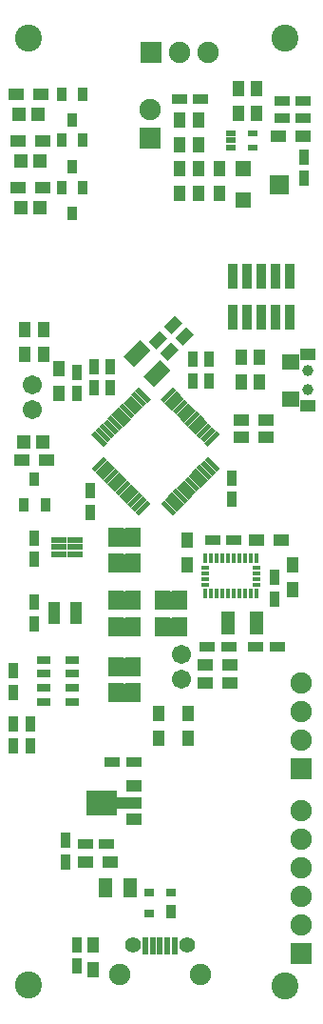
<source format=gbr>
G04 #@! TF.FileFunction,Soldermask,Top*
%FSLAX46Y46*%
G04 Gerber Fmt 4.6, Leading zero omitted, Abs format (unit mm)*
G04 Created by KiCad (PCBNEW 4.0.7-e2-6376~58~ubuntu16.04.1) date Fri Nov  3 13:27:54 2017*
%MOMM*%
%LPD*%
G01*
G04 APERTURE LIST*
%ADD10C,0.100000*%
%ADD11C,1.600000*%
%ADD12R,1.403200X1.103200*%
%ADD13R,1.403200X0.553200*%
%ADD14R,0.953200X1.403200*%
%ADD15R,1.403200X0.953200*%
%ADD16R,1.103200X1.403200*%
%ADD17R,1.503200X1.353200*%
%ADD18C,1.003200*%
%ADD19R,0.453200X0.878200*%
%ADD20R,0.778200X0.453200*%
%ADD21R,1.053200X0.503200*%
%ADD22R,1.303200X2.103200*%
%ADD23R,0.953200X2.303200*%
%ADD24R,1.303200X1.203200*%
%ADD25R,0.853200X1.253200*%
%ADD26C,2.403200*%
%ADD27R,0.903200X1.203200*%
%ADD28R,0.903200X0.803200*%
%ADD29R,1.403200X1.003200*%
%ADD30R,2.403200X1.003200*%
%ADD31R,2.703200X2.203200*%
%ADD32R,1.203200X1.703200*%
%ADD33R,1.903200X1.903200*%
%ADD34O,1.903200X1.903200*%
%ADD35R,1.403200X1.403200*%
%ADD36R,1.703200X1.803200*%
%ADD37R,0.903200X0.603200*%
%ADD38R,1.300000X0.700000*%
%ADD39R,0.603200X1.553200*%
%ADD40C,1.403200*%
%ADD41C,1.903200*%
%ADD42R,1.371600X1.803400*%
%ADD43C,1.703200*%
G04 APERTURE END LIST*
D10*
D11*
X9606000Y-635000D02*
X10206000Y-635000D01*
X9606000Y13208000D02*
X10206000Y13208000D01*
X9606000Y1651000D02*
X10206000Y1651000D01*
X9606000Y10922000D02*
X10206000Y10922000D01*
X14397000Y5207000D02*
X13797000Y5207000D01*
X14406284Y7620000D02*
X13806284Y7620000D01*
X9606000Y5207000D02*
X10206000Y5207000D01*
X9606000Y7620000D02*
X10206000Y7620000D01*
D12*
X6469200Y-15678455D03*
X8669200Y-15678455D03*
D13*
X5555400Y11669000D03*
X5555400Y12319000D03*
X5555400Y12969000D03*
X4055400Y12969000D03*
X4055400Y12319000D03*
X4055400Y11669000D03*
D14*
X19494500Y18476000D03*
X19494500Y16576000D03*
D10*
G36*
X14432550Y32886564D02*
X15106564Y32212550D01*
X14114352Y31220338D01*
X13440338Y31894352D01*
X14432550Y32886564D01*
X14432550Y32886564D01*
G37*
G36*
X13089048Y31543062D02*
X13763062Y30869048D01*
X12770850Y29876836D01*
X12096836Y30550850D01*
X13089048Y31543062D01*
X13089048Y31543062D01*
G37*
G36*
X15448550Y31870564D02*
X16122564Y31196550D01*
X15130352Y30204338D01*
X14456338Y30878352D01*
X15448550Y31870564D01*
X15448550Y31870564D01*
G37*
G36*
X14105048Y30527062D02*
X14779062Y29853048D01*
X13786850Y28860836D01*
X13112836Y29534850D01*
X14105048Y30527062D01*
X14105048Y30527062D01*
G37*
D14*
X16040100Y27104300D03*
X16040100Y29004300D03*
X5651500Y25971500D03*
X5651500Y27871500D03*
X17437100Y27104300D03*
X17437100Y29004300D03*
X8636000Y26482000D03*
X8636000Y28382000D03*
X6858000Y17333000D03*
X6858000Y15433000D03*
X7175500Y26482000D03*
X7175500Y28382000D03*
X1841500Y11242000D03*
X1841500Y13142000D03*
X0Y1331000D03*
X0Y-569000D03*
X-7337Y-3421275D03*
X-7337Y-5321275D03*
X1580163Y-3423775D03*
X1580163Y-5323775D03*
D15*
X21636682Y3416680D03*
X23536682Y3416680D03*
D14*
X23293679Y9609817D03*
X23293679Y7709817D03*
D15*
X19218682Y3416680D03*
X17318682Y3416680D03*
X17771679Y12977817D03*
X19671679Y12977817D03*
D14*
X1905000Y7427000D03*
X1905000Y5527000D03*
D16*
X20320000Y27030500D03*
X20320000Y29230500D03*
X21907500Y27030500D03*
X21907500Y29230500D03*
D17*
X24713600Y28815800D03*
X24713600Y25465800D03*
D12*
X26263600Y24840800D03*
X26263600Y29440800D03*
D18*
X26263600Y27990800D03*
X26263600Y26290800D03*
D10*
G36*
X10876937Y26219689D02*
X11197398Y26540150D01*
X12260321Y25477227D01*
X11939860Y25156766D01*
X10876937Y26219689D01*
X10876937Y26219689D01*
G37*
G36*
X10523384Y25866136D02*
X10843845Y26186597D01*
X11906768Y25123674D01*
X11586307Y24803213D01*
X10523384Y25866136D01*
X10523384Y25866136D01*
G37*
G36*
X10169830Y25512582D02*
X10490291Y25833043D01*
X11553214Y24770120D01*
X11232753Y24449659D01*
X10169830Y25512582D01*
X10169830Y25512582D01*
G37*
G36*
X9816277Y25159029D02*
X10136738Y25479490D01*
X11199661Y24416567D01*
X10879200Y24096106D01*
X9816277Y25159029D01*
X9816277Y25159029D01*
G37*
G36*
X9462724Y24805476D02*
X9783185Y25125937D01*
X10846108Y24063014D01*
X10525647Y23742553D01*
X9462724Y24805476D01*
X9462724Y24805476D01*
G37*
G36*
X9109170Y24451922D02*
X9429631Y24772383D01*
X10492554Y23709460D01*
X10172093Y23388999D01*
X9109170Y24451922D01*
X9109170Y24451922D01*
G37*
G36*
X8755617Y24098369D02*
X9076078Y24418830D01*
X10139001Y23355907D01*
X9818540Y23035446D01*
X8755617Y24098369D01*
X8755617Y24098369D01*
G37*
G36*
X8402063Y23744815D02*
X8722524Y24065276D01*
X9785447Y23002353D01*
X9464986Y22681892D01*
X8402063Y23744815D01*
X8402063Y23744815D01*
G37*
G36*
X8048510Y23391262D02*
X8368971Y23711723D01*
X9431894Y22648800D01*
X9111433Y22328339D01*
X8048510Y23391262D01*
X8048510Y23391262D01*
G37*
G36*
X7694957Y23037709D02*
X8015418Y23358170D01*
X9078341Y22295247D01*
X8757880Y21974786D01*
X7694957Y23037709D01*
X7694957Y23037709D01*
G37*
G36*
X7341403Y22684155D02*
X7661864Y23004616D01*
X8724787Y21941693D01*
X8404326Y21621232D01*
X7341403Y22684155D01*
X7341403Y22684155D01*
G37*
G36*
X6987850Y22330602D02*
X7308311Y22651063D01*
X8371234Y21588140D01*
X8050773Y21267679D01*
X6987850Y22330602D01*
X6987850Y22330602D01*
G37*
G36*
X7308311Y19004937D02*
X6987850Y19325398D01*
X8050773Y20388321D01*
X8371234Y20067860D01*
X7308311Y19004937D01*
X7308311Y19004937D01*
G37*
G36*
X7661864Y18651384D02*
X7341403Y18971845D01*
X8404326Y20034768D01*
X8724787Y19714307D01*
X7661864Y18651384D01*
X7661864Y18651384D01*
G37*
G36*
X8015418Y18297830D02*
X7694957Y18618291D01*
X8757880Y19681214D01*
X9078341Y19360753D01*
X8015418Y18297830D01*
X8015418Y18297830D01*
G37*
G36*
X8368971Y17944277D02*
X8048510Y18264738D01*
X9111433Y19327661D01*
X9431894Y19007200D01*
X8368971Y17944277D01*
X8368971Y17944277D01*
G37*
G36*
X8722524Y17590724D02*
X8402063Y17911185D01*
X9464986Y18974108D01*
X9785447Y18653647D01*
X8722524Y17590724D01*
X8722524Y17590724D01*
G37*
G36*
X9076078Y17237170D02*
X8755617Y17557631D01*
X9818540Y18620554D01*
X10139001Y18300093D01*
X9076078Y17237170D01*
X9076078Y17237170D01*
G37*
G36*
X9429631Y16883617D02*
X9109170Y17204078D01*
X10172093Y18267001D01*
X10492554Y17946540D01*
X9429631Y16883617D01*
X9429631Y16883617D01*
G37*
G36*
X9783185Y16530063D02*
X9462724Y16850524D01*
X10525647Y17913447D01*
X10846108Y17592986D01*
X9783185Y16530063D01*
X9783185Y16530063D01*
G37*
G36*
X10136738Y16176510D02*
X9816277Y16496971D01*
X10879200Y17559894D01*
X11199661Y17239433D01*
X10136738Y16176510D01*
X10136738Y16176510D01*
G37*
G36*
X10490291Y15822957D02*
X10169830Y16143418D01*
X11232753Y17206341D01*
X11553214Y16885880D01*
X10490291Y15822957D01*
X10490291Y15822957D01*
G37*
G36*
X10843845Y15469403D02*
X10523384Y15789864D01*
X11586307Y16852787D01*
X11906768Y16532326D01*
X10843845Y15469403D01*
X10843845Y15469403D01*
G37*
G36*
X11197398Y15115850D02*
X10876937Y15436311D01*
X11939860Y16499234D01*
X12260321Y16178773D01*
X11197398Y15115850D01*
X11197398Y15115850D01*
G37*
G36*
X13139679Y16178773D02*
X13460140Y16499234D01*
X14523063Y15436311D01*
X14202602Y15115850D01*
X13139679Y16178773D01*
X13139679Y16178773D01*
G37*
G36*
X13493232Y16532326D02*
X13813693Y16852787D01*
X14876616Y15789864D01*
X14556155Y15469403D01*
X13493232Y16532326D01*
X13493232Y16532326D01*
G37*
G36*
X13846786Y16885880D02*
X14167247Y17206341D01*
X15230170Y16143418D01*
X14909709Y15822957D01*
X13846786Y16885880D01*
X13846786Y16885880D01*
G37*
G36*
X14200339Y17239433D02*
X14520800Y17559894D01*
X15583723Y16496971D01*
X15263262Y16176510D01*
X14200339Y17239433D01*
X14200339Y17239433D01*
G37*
G36*
X14553892Y17592986D02*
X14874353Y17913447D01*
X15937276Y16850524D01*
X15616815Y16530063D01*
X14553892Y17592986D01*
X14553892Y17592986D01*
G37*
G36*
X14907446Y17946540D02*
X15227907Y18267001D01*
X16290830Y17204078D01*
X15970369Y16883617D01*
X14907446Y17946540D01*
X14907446Y17946540D01*
G37*
G36*
X15260999Y18300093D02*
X15581460Y18620554D01*
X16644383Y17557631D01*
X16323922Y17237170D01*
X15260999Y18300093D01*
X15260999Y18300093D01*
G37*
G36*
X15614553Y18653647D02*
X15935014Y18974108D01*
X16997937Y17911185D01*
X16677476Y17590724D01*
X15614553Y18653647D01*
X15614553Y18653647D01*
G37*
G36*
X15968106Y19007200D02*
X16288567Y19327661D01*
X17351490Y18264738D01*
X17031029Y17944277D01*
X15968106Y19007200D01*
X15968106Y19007200D01*
G37*
G36*
X16321659Y19360753D02*
X16642120Y19681214D01*
X17705043Y18618291D01*
X17384582Y18297830D01*
X16321659Y19360753D01*
X16321659Y19360753D01*
G37*
G36*
X16675213Y19714307D02*
X16995674Y20034768D01*
X18058597Y18971845D01*
X17738136Y18651384D01*
X16675213Y19714307D01*
X16675213Y19714307D01*
G37*
G36*
X17028766Y20067860D02*
X17349227Y20388321D01*
X18412150Y19325398D01*
X18091689Y19004937D01*
X17028766Y20067860D01*
X17028766Y20067860D01*
G37*
G36*
X17349227Y21267679D02*
X17028766Y21588140D01*
X18091689Y22651063D01*
X18412150Y22330602D01*
X17349227Y21267679D01*
X17349227Y21267679D01*
G37*
G36*
X16995674Y21621232D02*
X16675213Y21941693D01*
X17738136Y23004616D01*
X18058597Y22684155D01*
X16995674Y21621232D01*
X16995674Y21621232D01*
G37*
G36*
X16642120Y21974786D02*
X16321659Y22295247D01*
X17384582Y23358170D01*
X17705043Y23037709D01*
X16642120Y21974786D01*
X16642120Y21974786D01*
G37*
G36*
X16288567Y22328339D02*
X15968106Y22648800D01*
X17031029Y23711723D01*
X17351490Y23391262D01*
X16288567Y22328339D01*
X16288567Y22328339D01*
G37*
G36*
X15935014Y22681892D02*
X15614553Y23002353D01*
X16677476Y24065276D01*
X16997937Y23744815D01*
X15935014Y22681892D01*
X15935014Y22681892D01*
G37*
G36*
X15581460Y23035446D02*
X15260999Y23355907D01*
X16323922Y24418830D01*
X16644383Y24098369D01*
X15581460Y23035446D01*
X15581460Y23035446D01*
G37*
G36*
X15227907Y23388999D02*
X14907446Y23709460D01*
X15970369Y24772383D01*
X16290830Y24451922D01*
X15227907Y23388999D01*
X15227907Y23388999D01*
G37*
G36*
X14874353Y23742553D02*
X14553892Y24063014D01*
X15616815Y25125937D01*
X15937276Y24805476D01*
X14874353Y23742553D01*
X14874353Y23742553D01*
G37*
G36*
X14520800Y24096106D02*
X14200339Y24416567D01*
X15263262Y25479490D01*
X15583723Y25159029D01*
X14520800Y24096106D01*
X14520800Y24096106D01*
G37*
G36*
X14167247Y24449659D02*
X13846786Y24770120D01*
X14909709Y25833043D01*
X15230170Y25512582D01*
X14167247Y24449659D01*
X14167247Y24449659D01*
G37*
G36*
X13813693Y24803213D02*
X13493232Y25123674D01*
X14556155Y26186597D01*
X14876616Y25866136D01*
X13813693Y24803213D01*
X13813693Y24803213D01*
G37*
G36*
X13460140Y25156766D02*
X13139679Y25477227D01*
X14202602Y26540150D01*
X14523063Y26219689D01*
X13460140Y25156766D01*
X13460140Y25156766D01*
G37*
D19*
X21649682Y8165680D03*
X21149682Y8165680D03*
X20649682Y8165680D03*
X20149682Y8165680D03*
X19649682Y8165680D03*
X19149682Y8165680D03*
X18649682Y8165680D03*
X18149682Y8165680D03*
X17649682Y8165680D03*
X17149682Y8165680D03*
X21649682Y11290680D03*
X21149682Y11290680D03*
X20649682Y11290680D03*
X20149682Y11290680D03*
X19649682Y11290680D03*
X19149682Y11290680D03*
X18649682Y11290680D03*
X18149682Y11290680D03*
X17649682Y11290680D03*
X17149682Y11290680D03*
D20*
X21712182Y8978180D03*
X21712182Y9478180D03*
X21712182Y9978180D03*
X21712182Y10478180D03*
X17087182Y8978180D03*
X17087182Y9478180D03*
X17087182Y9978180D03*
X17087182Y10478180D03*
D21*
X5588000Y5715000D03*
X5588000Y6215000D03*
X5588000Y6715000D03*
X5588000Y7215000D03*
X3688000Y7215000D03*
X3688000Y6715000D03*
X3688000Y6215000D03*
X3688000Y5715000D03*
D10*
G36*
X9849773Y29239540D02*
X11336960Y30726727D01*
X12258461Y29805226D01*
X10771274Y28318039D01*
X9849773Y29239540D01*
X9849773Y29239540D01*
G37*
G36*
X11617539Y27471774D02*
X13104726Y28958961D01*
X14026227Y28037460D01*
X12539040Y26550273D01*
X11617539Y27471774D01*
X11617539Y27471774D01*
G37*
D22*
X21677682Y5575680D03*
X19177682Y5575680D03*
D23*
X24638000Y32766000D03*
X24638000Y36366000D03*
X23368000Y32766000D03*
X23368000Y36366000D03*
X22098000Y32766000D03*
X22098000Y36366000D03*
X20828000Y32766000D03*
X20828000Y36366000D03*
X19558000Y32766000D03*
X19558000Y36366000D03*
D24*
X2424800Y42494200D03*
X724800Y42494200D03*
X2385800Y46672500D03*
X685800Y46672500D03*
X2246100Y50812700D03*
X546100Y50812700D03*
D25*
X6207800Y44279200D03*
X4307800Y44279200D03*
X5257800Y41979200D03*
X6207800Y48464500D03*
X4307800Y48464500D03*
X5257800Y46164500D03*
X6195100Y52597700D03*
X4295100Y52597700D03*
X5245100Y50297700D03*
D16*
X12954000Y-4656000D03*
X12954000Y-2456000D03*
X15621000Y-4656000D03*
X15621000Y-2456000D03*
D26*
X1400000Y-26600000D03*
X24200000Y-26700000D03*
X1400000Y57600000D03*
X24200000Y57600000D03*
D14*
X4699000Y-15669300D03*
X4699000Y-13769300D03*
X5651500Y-23002200D03*
X5651500Y-24902200D03*
D15*
X8320749Y-14040155D03*
X6420749Y-14040155D03*
X10741700Y-6794500D03*
X8841700Y-6794500D03*
D27*
X14106400Y-20066700D03*
D28*
X14106400Y-18366700D03*
X12106400Y-18366700D03*
X12106400Y-20266700D03*
D12*
X20337600Y22072600D03*
X22537600Y22072600D03*
X22537600Y23596600D03*
X20337600Y23596600D03*
D16*
X7137400Y-23004600D03*
X7137400Y-25204600D03*
D29*
X10756900Y-11899900D03*
D30*
X10256900Y-10399900D03*
D29*
X10756900Y-8899900D03*
D31*
X7906900Y-10399900D03*
D15*
X25842000Y52006500D03*
X23942000Y52006500D03*
X14798000Y52133500D03*
X16698000Y52133500D03*
X23942000Y50482500D03*
X25842000Y50482500D03*
D14*
X25908000Y45087500D03*
X25908000Y46987500D03*
D32*
X8234500Y-17970500D03*
X10434500Y-17970500D03*
D33*
X12319000Y56261000D03*
D34*
X14859000Y56261000D03*
X17399000Y56261000D03*
D16*
X14859000Y45994500D03*
X14859000Y43794500D03*
X16510000Y45994500D03*
X16510000Y43794500D03*
X21717000Y50906500D03*
X21717000Y53106500D03*
X20066000Y53106500D03*
X20066000Y50906500D03*
D12*
X23665000Y48831500D03*
X25865000Y48831500D03*
D16*
X14859000Y48112500D03*
X14859000Y50312500D03*
X16510000Y50312500D03*
X16510000Y48112500D03*
X18415000Y43794500D03*
X18415000Y45994500D03*
D35*
X20499000Y45935500D03*
X20499000Y43135500D03*
D36*
X23749000Y44535500D03*
D12*
X474800Y44272200D03*
X2674800Y44272200D03*
X435800Y48450500D03*
X2635800Y48450500D03*
X296100Y52590700D03*
X2496100Y52590700D03*
D37*
X19431000Y49115500D03*
X19431000Y48465500D03*
X19431000Y47815500D03*
X21331000Y47815500D03*
X21331000Y49115500D03*
D38*
X2742500Y2309500D03*
X2742500Y1059500D03*
X2742500Y-190500D03*
X2742500Y-1440500D03*
X5242500Y-1440500D03*
X5242500Y-190500D03*
X5242500Y1059500D03*
X5242500Y2309500D03*
D39*
X11781000Y-23086400D03*
X12431000Y-23086400D03*
X13081000Y-23086400D03*
X13731000Y-23086400D03*
X14381000Y-23086400D03*
D40*
X10656000Y-23011400D03*
X15506000Y-23011400D03*
D41*
X9456000Y-25661400D03*
X16706000Y-25661400D03*
D24*
X953400Y21691600D03*
X2653400Y21691600D03*
D25*
X957116Y16057068D03*
X2857116Y16057068D03*
X1907116Y18357068D03*
D12*
X2979600Y20040600D03*
X779600Y20040600D03*
D33*
X25628600Y-23799800D03*
D34*
X25628600Y-21259800D03*
X25628600Y-18719800D03*
X25628600Y-16179800D03*
X25628600Y-13639800D03*
X25628600Y-11099800D03*
D33*
X25628600Y-7416800D03*
D34*
X25628600Y-4876800D03*
X25628600Y-2336800D03*
X25628600Y203200D03*
D42*
X9144000Y-635000D03*
X10668000Y-635000D03*
X9144000Y13208000D03*
X10668000Y13208000D03*
X9144000Y1651000D03*
X10668000Y1651000D03*
X9144000Y10922000D03*
X10668000Y10922000D03*
X14859000Y5207000D03*
X13335000Y5207000D03*
X14868284Y7620000D03*
X13344284Y7620000D03*
X9144000Y5207000D03*
X10668000Y5207000D03*
X9144000Y7620000D03*
X10668000Y7620000D03*
D16*
X15546679Y10734817D03*
X15546679Y12934817D03*
D12*
X21685679Y12977817D03*
X23885679Y12977817D03*
D16*
X24892000Y10752000D03*
X24892000Y8552000D03*
D12*
X17137200Y254000D03*
X19337200Y254000D03*
X17137200Y1828800D03*
X19337200Y1828800D03*
D43*
X15036800Y543200D03*
X1676524Y24516042D03*
X15036800Y2743200D03*
X1676524Y26716042D03*
D16*
X1066800Y29430800D03*
X1066800Y31630800D03*
X2692400Y29430800D03*
X2692400Y31630800D03*
X4064000Y25958800D03*
X4064000Y28158800D03*
D33*
X12192000Y48704500D03*
D34*
X12192000Y51244500D03*
M02*

</source>
